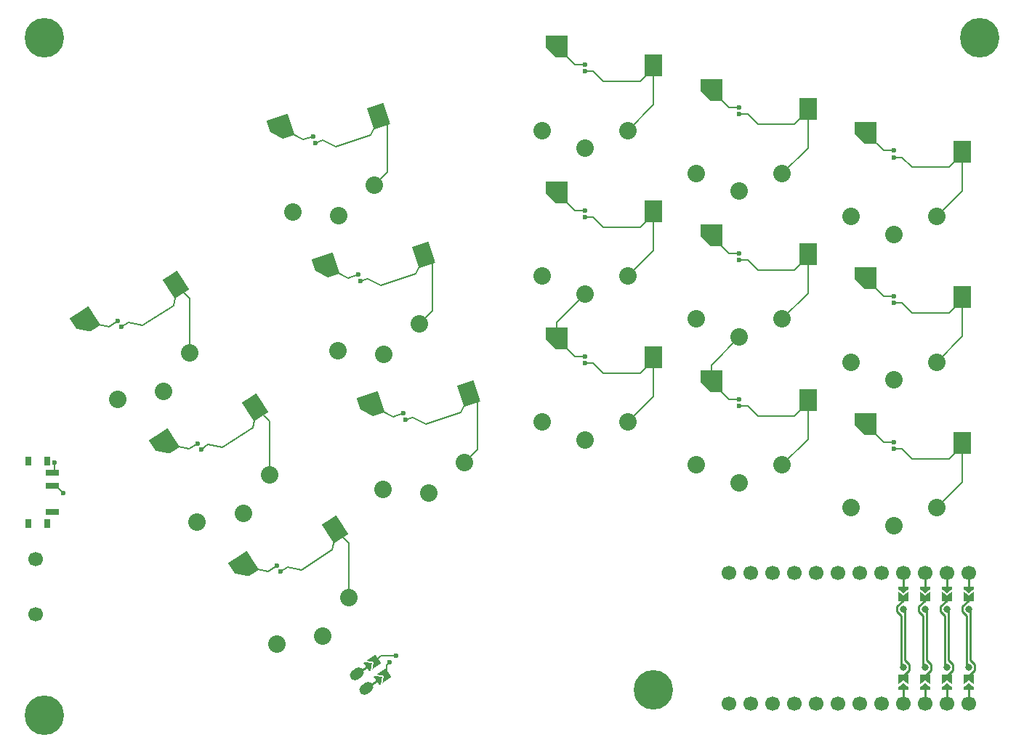
<source format=gbr>
%TF.GenerationSoftware,KiCad,Pcbnew,9.0.6*%
%TF.CreationDate,2025-12-19T17:46:44-08:00*%
%TF.ProjectId,aphelo30,61706865-6c6f-4333-902e-6b696361645f,v1.0.0*%
%TF.SameCoordinates,Original*%
%TF.FileFunction,Copper,L2,Bot*%
%TF.FilePolarity,Positive*%
%FSLAX46Y46*%
G04 Gerber Fmt 4.6, Leading zero omitted, Abs format (unit mm)*
G04 Created by KiCad (PCBNEW 9.0.6) date 2025-12-19 17:46:44*
%MOMM*%
%LPD*%
G01*
G04 APERTURE LIST*
G04 Aperture macros list*
%AMHorizOval*
0 Thick line with rounded ends*
0 $1 width*
0 $2 $3 position (X,Y) of the first rounded end (center of the circle)*
0 $4 $5 position (X,Y) of the second rounded end (center of the circle)*
0 Add line between two ends*
20,1,$1,$2,$3,$4,$5,0*
0 Add two circle primitives to create the rounded ends*
1,1,$1,$2,$3*
1,1,$1,$4,$5*%
%AMRotRect*
0 Rectangle, with rotation*
0 The origin of the aperture is its center*
0 $1 length*
0 $2 width*
0 $3 Rotation angle, in degrees counterclockwise*
0 Add horizontal line*
21,1,$1,$2,0,0,$3*%
%AMOutline5P*
0 Free polygon, 5 corners , with rotation*
0 The origin of the aperture is its center*
0 number of corners: always 5*
0 $1 to $10 corner X, Y*
0 $11 Rotation angle, in degrees counterclockwise*
0 create outline with 5 corners*
4,1,5,$1,$2,$3,$4,$5,$6,$7,$8,$9,$10,$1,$2,$11*%
%AMOutline6P*
0 Free polygon, 6 corners , with rotation*
0 The origin of the aperture is its center*
0 number of corners: always 6*
0 $1 to $12 corner X, Y*
0 $13 Rotation angle, in degrees counterclockwise*
0 create outline with 6 corners*
4,1,6,$1,$2,$3,$4,$5,$6,$7,$8,$9,$10,$11,$12,$1,$2,$13*%
%AMOutline7P*
0 Free polygon, 7 corners , with rotation*
0 The origin of the aperture is its center*
0 number of corners: always 7*
0 $1 to $14 corner X, Y*
0 $15 Rotation angle, in degrees counterclockwise*
0 create outline with 7 corners*
4,1,7,$1,$2,$3,$4,$5,$6,$7,$8,$9,$10,$11,$12,$13,$14,$1,$2,$15*%
%AMOutline8P*
0 Free polygon, 8 corners , with rotation*
0 The origin of the aperture is its center*
0 number of corners: always 8*
0 $1 to $16 corner X, Y*
0 $17 Rotation angle, in degrees counterclockwise*
0 create outline with 8 corners*
4,1,8,$1,$2,$3,$4,$5,$6,$7,$8,$9,$10,$11,$12,$13,$14,$15,$16,$1,$2,$17*%
%AMFreePoly0*
4,1,6,0.600000,-1.000000,0.000000,-0.400000,-0.600000,-1.000000,-0.600000,0.250000,0.600000,0.250000,0.600000,-1.000000,0.600000,-1.000000,$1*%
%AMFreePoly1*
4,1,6,0.600000,-0.200001,0.600000,-0.400000,-0.600000,-0.400000,-0.600000,-0.200000,0.000000,0.400000,0.600000,-0.200001,0.600000,-0.200001,$1*%
%AMFreePoly2*
4,1,6,0.250000,0.000000,-0.250000,-0.625000,-0.500000,-0.625000,-0.500000,0.625000,-0.250000,0.625000,0.250000,0.000000,0.250000,0.000000,$1*%
%AMFreePoly3*
4,1,6,0.500000,-0.625000,-0.650000,-0.625000,-0.150000,0.000000,-0.650000,0.625000,0.500000,0.625000,0.500000,-0.625000,0.500000,-0.625000,$1*%
G04 Aperture macros list end*
%TA.AperFunction,WasherPad*%
%ADD10C,4.600000*%
%TD*%
%TA.AperFunction,SMDPad,CuDef*%
%ADD11FreePoly0,305.000000*%
%TD*%
%TA.AperFunction,SMDPad,CuDef*%
%ADD12FreePoly1,305.000000*%
%TD*%
%TA.AperFunction,ComponentPad*%
%ADD13HorizOval,1.200000X0.225267X0.157734X-0.225267X-0.157734X0*%
%TD*%
%TA.AperFunction,ComponentPad*%
%ADD14C,1.700000*%
%TD*%
%TA.AperFunction,SMDPad,CuDef*%
%ADD15Outline5P,-1.300000X1.300000X1.300000X1.300000X1.300000X-1.300000X-0.117000X-1.300000X-1.300000X-0.117000X33.000000*%
%TD*%
%TA.AperFunction,SMDPad,CuDef*%
%ADD16RotRect,2.000000X2.600000X33.000000*%
%TD*%
%TA.AperFunction,ComponentPad*%
%ADD17C,2.032000*%
%TD*%
%TA.AperFunction,SMDPad,CuDef*%
%ADD18R,2.000000X2.600000*%
%TD*%
%TA.AperFunction,SMDPad,CuDef*%
%ADD19Outline5P,-1.300000X1.300000X1.300000X1.300000X1.300000X-1.300000X-0.117000X-1.300000X-1.300000X-0.117000X0.000000*%
%TD*%
%TA.AperFunction,SMDPad,CuDef*%
%ADD20RotRect,2.000000X2.600000X18.000000*%
%TD*%
%TA.AperFunction,SMDPad,CuDef*%
%ADD21Outline5P,-1.300000X1.300000X1.300000X1.300000X1.300000X-1.300000X-0.117000X-1.300000X-1.300000X-0.117000X18.000000*%
%TD*%
%TA.AperFunction,SMDPad,CuDef*%
%ADD22FreePoly2,90.000000*%
%TD*%
%TA.AperFunction,SMDPad,CuDef*%
%ADD23FreePoly3,90.000000*%
%TD*%
%TA.AperFunction,SMDPad,CuDef*%
%ADD24FreePoly3,270.000000*%
%TD*%
%TA.AperFunction,SMDPad,CuDef*%
%ADD25FreePoly2,270.000000*%
%TD*%
%TA.AperFunction,ComponentPad*%
%ADD26C,0.800000*%
%TD*%
%TA.AperFunction,SMDPad,CuDef*%
%ADD27R,1.500000X0.700000*%
%TD*%
%TA.AperFunction,SMDPad,CuDef*%
%ADD28R,0.800000X1.000000*%
%TD*%
%TA.AperFunction,ViaPad*%
%ADD29C,0.600000*%
%TD*%
%TA.AperFunction,Conductor*%
%ADD30C,0.200000*%
%TD*%
%TA.AperFunction,Conductor*%
%ADD31C,0.250000*%
%TD*%
G04 APERTURE END LIST*
D10*
%TO.P,MH1,*%
%TO.N,*%
X70771796Y-114202529D03*
%TD*%
D11*
%TO.P,JST1,2*%
%TO.N,GND*%
X110652105Y-109406490D03*
%TO.P,JST1,1*%
%TO.N,BAT_P*%
X109504952Y-107768186D03*
D12*
%TO.P,JST1,32*%
%TO.N,JST1_2*%
X108672693Y-108350939D03*
%TO.P,JST1,31*%
%TO.N,JST1_1*%
X109819846Y-109989243D03*
D13*
%TO.P,JST1,12*%
%TO.N,JST1_2*%
X107198220Y-109383377D03*
%TO.P,JST1,11*%
%TO.N,JST1_1*%
X108345372Y-111021681D03*
%TD*%
D14*
%TO.P,RST1,1*%
%TO.N,RST*%
X69771796Y-95952529D03*
%TO.P,RST1,2*%
%TO.N,GND*%
X69771796Y-102452529D03*
%TD*%
D15*
%TO.P,S1,1*%
%TO.N,GND*%
X94012752Y-96793603D03*
D16*
%TO.P,S1,2*%
%TO.N,P9*%
X104646001Y-92511489D03*
D17*
%TO.N,GND*%
X103213370Y-104948156D03*
%TO.P,S1,1*%
%TO.N,P9*%
X106262981Y-100463753D03*
X97876275Y-105910143D03*
%TD*%
%TO.P,S8,1*%
%TO.N,P2*%
X128771796Y-63002529D03*
X138771796Y-63002529D03*
%TO.P,S8,2*%
%TO.N,GND*%
X133771796Y-65102529D03*
D18*
%TO.N,P2*%
X141746796Y-55452529D03*
D19*
%TO.P,S8,1*%
%TO.N,GND*%
X130496796Y-53252529D03*
%TD*%
D17*
%TO.P,S9,1*%
%TO.N,P10*%
X128771796Y-46002529D03*
X138771796Y-46002529D03*
%TO.P,S9,2*%
%TO.N,GND*%
X133771796Y-48102529D03*
D18*
%TO.N,P10*%
X141746796Y-38452529D03*
D19*
%TO.P,S9,1*%
%TO.N,GND*%
X130496796Y-36252529D03*
%TD*%
D17*
%TO.P,S2,1*%
%TO.N,P8*%
X88617411Y-91652743D03*
X97004117Y-86206353D03*
%TO.P,S2,2*%
%TO.N,GND*%
X93954506Y-90690756D03*
D16*
%TO.N,P8*%
X95387137Y-78254089D03*
D15*
%TO.P,S2,1*%
%TO.N,GND*%
X84753888Y-82536203D03*
%TD*%
D17*
%TO.P,S3,1*%
%TO.N,P7*%
X79358548Y-77395344D03*
X87745254Y-71948954D03*
%TO.P,S3,2*%
%TO.N,GND*%
X84695643Y-76433357D03*
D16*
%TO.N,P7*%
X86128274Y-63996690D03*
D15*
%TO.P,S3,1*%
%TO.N,GND*%
X75495025Y-68278804D03*
%TD*%
D17*
%TO.P,S4,1*%
%TO.N,P6*%
X110218591Y-87850986D03*
X119729156Y-84760816D03*
%TO.P,S4,2*%
%TO.N,GND*%
X115622809Y-88303119D03*
D20*
%TO.N,P6*%
X120225471Y-76661014D03*
D21*
%TO.P,S4,1*%
%TO.N,GND*%
X108846248Y-78045130D03*
%TD*%
D17*
%TO.P,S5,1*%
%TO.N,P5*%
X104965302Y-71683025D03*
X114475867Y-68592855D03*
%TO.P,S5,2*%
%TO.N,GND*%
X110369520Y-72135158D03*
D20*
%TO.N,P5*%
X114972182Y-60493053D03*
D21*
%TO.P,S5,1*%
%TO.N,GND*%
X103592959Y-61877169D03*
%TD*%
D17*
%TO.P,S6,1*%
%TO.N,P4*%
X99712013Y-55515065D03*
X109222578Y-52424895D03*
%TO.P,S6,2*%
%TO.N,GND*%
X105116231Y-55967198D03*
D20*
%TO.N,P4*%
X109718893Y-44325093D03*
D21*
%TO.P,S6,1*%
%TO.N,GND*%
X98339670Y-45709209D03*
%TD*%
D17*
%TO.P,S7,1*%
%TO.N,P3*%
X128771796Y-80002529D03*
X138771796Y-80002529D03*
%TO.P,S7,2*%
%TO.N,GND*%
X133771796Y-82102529D03*
D18*
%TO.N,P3*%
X141746796Y-72452529D03*
D19*
%TO.P,S7,1*%
%TO.N,GND*%
X130496796Y-70252529D03*
%TD*%
D17*
%TO.P,S10,1*%
%TO.N,P16*%
X146771796Y-85002529D03*
X156771796Y-85002529D03*
%TO.P,S10,2*%
%TO.N,GND*%
X151771796Y-87102529D03*
D18*
%TO.N,P16*%
X159746796Y-77452529D03*
D19*
%TO.P,S10,1*%
%TO.N,GND*%
X148496796Y-75252529D03*
%TD*%
D17*
%TO.P,S11,1*%
%TO.N,P14*%
X146771796Y-68002529D03*
X156771796Y-68002529D03*
%TO.P,S11,2*%
%TO.N,GND*%
X151771796Y-70102529D03*
D18*
%TO.N,P14*%
X159746796Y-60452529D03*
D19*
%TO.P,S11,1*%
%TO.N,GND*%
X148496796Y-58252529D03*
%TD*%
D17*
%TO.P,S12,1*%
%TO.N,P15*%
X146771796Y-51002529D03*
X156771796Y-51002529D03*
%TO.P,S12,2*%
%TO.N,GND*%
X151771796Y-53102529D03*
D18*
%TO.N,P15*%
X159746796Y-43452529D03*
D19*
%TO.P,S12,1*%
%TO.N,GND*%
X148496796Y-41252529D03*
%TD*%
D17*
%TO.P,S13,1*%
%TO.N,P18*%
X164771796Y-90002529D03*
X174771796Y-90002529D03*
%TO.P,S13,2*%
%TO.N,GND*%
X169771796Y-92102529D03*
D18*
%TO.N,P18*%
X177746796Y-82452529D03*
D19*
%TO.P,S13,1*%
%TO.N,GND*%
X166496796Y-80252529D03*
%TD*%
D17*
%TO.P,S14,1*%
%TO.N,P19*%
X164771796Y-73002529D03*
X174771796Y-73002529D03*
%TO.P,S14,2*%
%TO.N,GND*%
X169771796Y-75102529D03*
D18*
%TO.N,P19*%
X177746796Y-65452529D03*
D19*
%TO.P,S14,1*%
%TO.N,GND*%
X166496796Y-63252529D03*
%TD*%
D17*
%TO.P,S15,1*%
%TO.N,P20*%
X164771796Y-56002529D03*
X174771796Y-56002529D03*
%TO.P,S15,2*%
%TO.N,GND*%
X169771796Y-58102529D03*
D18*
%TO.N,P20*%
X177746796Y-48452529D03*
D19*
%TO.P,S15,1*%
%TO.N,GND*%
X166496796Y-46252529D03*
%TD*%
D14*
%TO.P,MCU1,12*%
%TO.N,P9*%
X150531796Y-112822529D03*
%TO.P,MCU1,13*%
%TO.N,P10*%
X150531796Y-97582529D03*
%TO.P,MCU1,11*%
%TO.N,P8*%
X153071796Y-112822529D03*
%TO.P,MCU1,14*%
%TO.N,P16*%
X153071796Y-97582529D03*
%TO.P,MCU1,10*%
%TO.N,P7*%
X155611796Y-112822529D03*
%TO.P,MCU1,15*%
%TO.N,P14*%
X155611796Y-97582529D03*
%TO.P,MCU1,9*%
%TO.N,P6*%
X158151796Y-112822529D03*
%TO.P,MCU1,16*%
%TO.N,P15*%
X158151796Y-97582529D03*
%TO.P,MCU1,8*%
%TO.N,P5*%
X160691796Y-112822529D03*
%TO.P,MCU1,17*%
%TO.N,P18*%
X160691796Y-97582529D03*
%TO.P,MCU1,7*%
%TO.N,P4*%
X163231796Y-112822529D03*
%TO.P,MCU1,18*%
%TO.N,P19*%
X163231796Y-97582529D03*
%TO.P,MCU1,6*%
%TO.N,P3*%
X165771796Y-112822529D03*
%TO.P,MCU1,19*%
%TO.N,P20*%
X165771796Y-97582529D03*
%TO.P,MCU1,5*%
%TO.N,P2*%
X168311796Y-112822529D03*
%TO.P,MCU1,20*%
%TO.N,P21*%
X168311796Y-97582529D03*
D22*
%TO.P,MCU1,4*%
%TO.N,MCU1_4*%
X170851796Y-110702529D03*
D23*
%TO.P,MCU1,121*%
%TO.N,VCC*%
X170851796Y-109977529D03*
D24*
%TO.P,MCU1,104*%
%TO.N,GND*%
X170851796Y-100427529D03*
D25*
%TO.P,MCU1,21*%
%TO.N,MCU1_21*%
X170851796Y-99702529D03*
D26*
%TO.P,MCU1,104*%
%TO.N,GND*%
X170851796Y-108602529D03*
%TO.P,MCU1,121*%
%TO.N,VCC*%
X170851796Y-101802529D03*
D14*
%TO.P,MCU1,4*%
%TO.N,MCU1_4*%
X170851796Y-112822529D03*
%TO.P,MCU1,21*%
%TO.N,MCU1_21*%
X170851796Y-97582529D03*
D22*
%TO.P,MCU1,3*%
%TO.N,MCU1_3*%
X173391796Y-110702529D03*
D23*
%TO.P,MCU1,122*%
%TO.N,RST*%
X173391796Y-109977529D03*
D24*
%TO.P,MCU1,103*%
%TO.N,GND*%
X173391796Y-100427529D03*
D25*
%TO.P,MCU1,22*%
%TO.N,MCU1_22*%
X173391796Y-99702529D03*
D26*
%TO.P,MCU1,103*%
%TO.N,GND*%
X173391796Y-108602529D03*
%TO.P,MCU1,122*%
%TO.N,RST*%
X173391796Y-101802529D03*
D14*
%TO.P,MCU1,3*%
%TO.N,MCU1_3*%
X173391796Y-112822529D03*
%TO.P,MCU1,22*%
%TO.N,MCU1_22*%
X173391796Y-97582529D03*
D22*
%TO.P,MCU1,2*%
%TO.N,MCU1_2*%
X175931796Y-110702529D03*
D23*
%TO.P,MCU1,123*%
%TO.N,GND*%
X175931796Y-109977529D03*
D24*
%TO.P,MCU1,102*%
%TO.N,P0*%
X175931796Y-100427529D03*
D25*
%TO.P,MCU1,23*%
%TO.N,MCU1_23*%
X175931796Y-99702529D03*
D26*
%TO.P,MCU1,102*%
%TO.N,P0*%
X175931796Y-108602529D03*
%TO.P,MCU1,123*%
%TO.N,GND*%
X175931796Y-101802529D03*
D14*
%TO.P,MCU1,2*%
%TO.N,MCU1_2*%
X175931796Y-112822529D03*
%TO.P,MCU1,23*%
%TO.N,MCU1_23*%
X175931796Y-97582529D03*
D22*
%TO.P,MCU1,1*%
%TO.N,MCU1_1*%
X178471796Y-110702529D03*
D23*
%TO.P,MCU1,124*%
%TO.N,RAW*%
X178471796Y-109977529D03*
D24*
%TO.P,MCU1,101*%
%TO.N,P1*%
X178471796Y-100427529D03*
D25*
%TO.P,MCU1,24*%
%TO.N,MCU1_24*%
X178471796Y-99702529D03*
D26*
%TO.P,MCU1,101*%
%TO.N,P1*%
X178471796Y-108602529D03*
%TO.P,MCU1,124*%
%TO.N,RAW*%
X178471796Y-101802529D03*
D14*
%TO.P,MCU1,1*%
%TO.N,MCU1_1*%
X178471796Y-112822529D03*
%TO.P,MCU1,24*%
%TO.N,MCU1_24*%
X178471796Y-97582529D03*
%TD*%
D27*
%TO.P,PWR1,3*%
%TO.N,BAT_P*%
X71760000Y-85952529D03*
%TO.P,PWR1,2*%
%TO.N,RAW*%
X71760000Y-87452529D03*
%TO.P,PWR1,1*%
%TO.N,N/C*%
X71760000Y-90452529D03*
D28*
%TO.P,PWR1,*%
%TO.N,*%
X68900000Y-84552529D03*
X71110000Y-84552529D03*
X68900000Y-91852529D03*
X71110000Y-91852529D03*
%TD*%
D10*
%TO.P,MH3,*%
%TO.N,*%
X179771796Y-35202529D03*
%TD*%
%TO.P,MH4,*%
%TO.N,*%
X141771796Y-111202529D03*
%TD*%
%TO.P,MH2,*%
%TO.N,*%
X70771796Y-35202529D03*
%TD*%
D29*
%TO.N,BAT_P*%
X111750000Y-107250000D03*
X72010002Y-84750000D03*
%TO.N,GND*%
X111000000Y-108000000D03*
%TO.N,RAW*%
X72977869Y-88272131D03*
%TO.N,P5*%
X107596093Y-63599427D03*
%TO.N,P4*%
X102342804Y-47431466D03*
%TO.N,P9*%
X98325235Y-97421088D03*
%TO.N,P8*%
X89066371Y-83163688D03*
%TO.N,GND*%
X88630660Y-82492752D03*
X112602168Y-79006542D03*
X102095590Y-46670621D03*
%TO.N,P3*%
X133771796Y-73127529D03*
%TO.N,GND*%
X97889524Y-96750152D03*
%TO.N,P6*%
X112849381Y-79767388D03*
%TO.N,P7*%
X79807508Y-68906289D03*
%TO.N,GND*%
X133771796Y-72327529D03*
X79371797Y-68235352D03*
X107348879Y-62838581D03*
X133771796Y-55327529D03*
%TO.N,P2*%
X133771796Y-56127529D03*
%TO.N,GND*%
X151771796Y-60327529D03*
%TO.N,P14*%
X151771796Y-61127529D03*
%TO.N,GND*%
X169771796Y-82327529D03*
%TO.N,P19*%
X169771796Y-66127529D03*
%TO.N,GND*%
X151771796Y-77327529D03*
X133771796Y-38327529D03*
X151771796Y-43327529D03*
%TO.N,P18*%
X169771796Y-83127529D03*
%TO.N,P15*%
X151771796Y-44127529D03*
%TO.N,P20*%
X169771796Y-49127529D03*
%TO.N,GND*%
X169771796Y-48327529D03*
X169771796Y-65327529D03*
%TO.N,P10*%
X133771796Y-39127529D03*
%TO.N,P16*%
X151771796Y-78127529D03*
%TD*%
D30*
%TO.N,BAT_P*%
X110023138Y-107250000D02*
X111750000Y-107250000D01*
X109504952Y-107768186D02*
X110023138Y-107250000D01*
X72010002Y-85702527D02*
X72010002Y-84750000D01*
X71760000Y-85952529D02*
X72010002Y-85702527D01*
%TO.N,GND*%
X110652105Y-108347895D02*
X111000000Y-108000000D01*
X110652105Y-109406490D02*
X110652105Y-108347895D01*
%TO.N,RAW*%
X72158267Y-87452529D02*
X72977869Y-88272131D01*
X71760000Y-87452529D02*
X72158267Y-87452529D01*
%TO.N,GND*%
X148496796Y-73377529D02*
X151771796Y-70102529D01*
X148496796Y-75252529D02*
X148496796Y-73377529D01*
X130496796Y-68377529D02*
X133771796Y-65102529D01*
X130496796Y-70252529D02*
X130496796Y-68377529D01*
X132571796Y-72327529D02*
X133771796Y-72327529D01*
X130496796Y-70252529D02*
X132571796Y-72327529D01*
%TO.N,P18*%
X177746796Y-87027529D02*
X174771796Y-90002529D01*
X177746796Y-82452529D02*
X177746796Y-87027529D01*
%TO.N,P19*%
X177746796Y-70027529D02*
X174771796Y-73002529D01*
X177746796Y-65452529D02*
X177746796Y-70027529D01*
%TO.N,P20*%
X177746796Y-53027529D02*
X174771796Y-56002529D01*
X177746796Y-48452529D02*
X177746796Y-53027529D01*
%TO.N,P16*%
X159746796Y-77452529D02*
X159746796Y-82027529D01*
X159746796Y-82027529D02*
X156771796Y-85002529D01*
%TO.N,P14*%
X159746796Y-65027529D02*
X156771796Y-68002529D01*
X159746796Y-60452529D02*
X159746796Y-65027529D01*
%TO.N,P15*%
X159746796Y-48027529D02*
X156771796Y-51002529D01*
X159746796Y-43452529D02*
X159746796Y-48027529D01*
%TO.N,P10*%
X141746796Y-43027529D02*
X138771796Y-46002529D01*
X141746796Y-38452529D02*
X141746796Y-43027529D01*
%TO.N,P2*%
X141746796Y-55452529D02*
X141746796Y-60027529D01*
X141746796Y-60027529D02*
X138771796Y-63002529D01*
%TO.N,P3*%
X141746796Y-72452529D02*
X141746796Y-77027529D01*
X141746796Y-77027529D02*
X138771796Y-80002529D01*
%TO.N,P4*%
X110750579Y-50896894D02*
X109222578Y-52424895D01*
X110750579Y-45356779D02*
X110750579Y-50896894D01*
X109718893Y-44325093D02*
X110750579Y-45356779D01*
%TO.N,P5*%
X116003868Y-67064854D02*
X114475867Y-68592855D01*
X116003868Y-61524739D02*
X116003868Y-67064854D01*
X114972182Y-60493053D02*
X116003868Y-61524739D01*
%TO.N,P6*%
X121257157Y-83232815D02*
X119729156Y-84760816D01*
X121257157Y-77692700D02*
X121257157Y-83232815D01*
X120225471Y-76661014D02*
X121257157Y-77692700D01*
%TO.N,P7*%
X87745254Y-65613670D02*
X87745254Y-71948954D01*
X86128274Y-63996690D02*
X87745254Y-65613670D01*
%TO.N,P9*%
X106262981Y-94128469D02*
X106262981Y-100463753D01*
X104646001Y-92511489D02*
X106262981Y-94128469D01*
%TO.N,P8*%
X97004117Y-79871069D02*
X97004117Y-86206353D01*
X95387137Y-78254089D02*
X97004117Y-79871069D01*
%TO.N,P9*%
X100762259Y-97244263D02*
X99131337Y-96897600D01*
X104352468Y-94912753D02*
X100762259Y-97244263D01*
%TO.N,GND*%
X96883119Y-97403718D02*
X97889524Y-96750152D01*
X94012752Y-96793603D02*
X96883119Y-97403718D01*
X106207611Y-63209402D02*
X107348879Y-62838581D01*
%TO.N,P7*%
X82244531Y-68729463D02*
X80613609Y-68382800D01*
%TO.N,P8*%
X95093605Y-80655354D02*
X91503395Y-82986863D01*
X89872473Y-82640200D02*
X89066371Y-83163688D01*
%TO.N,P7*%
X80613609Y-68382800D02*
X79807508Y-68906289D01*
%TO.N,P9*%
X104897603Y-92348097D02*
X104352468Y-94912753D01*
%TO.N,P7*%
X86379875Y-63833298D02*
X85834741Y-66397954D01*
%TO.N,P6*%
X119320446Y-78904485D02*
X115249131Y-80227336D01*
X113763505Y-79470371D02*
X112849381Y-79767388D01*
%TO.N,GND*%
X78365392Y-68888919D02*
X79371797Y-68235352D01*
X75495024Y-68278804D02*
X78365392Y-68888919D01*
%TO.N,P9*%
X99131337Y-96897600D02*
X98325235Y-97421088D01*
%TO.N,GND*%
X84753888Y-82536203D02*
X87624256Y-83146319D01*
X111460900Y-79377363D02*
X112602168Y-79006542D01*
%TO.N,P6*%
X120510788Y-76568309D02*
X119320446Y-78904485D01*
X115249131Y-80227336D02*
X113763505Y-79470371D01*
%TO.N,P8*%
X91503395Y-82986863D02*
X89872473Y-82640200D01*
%TO.N,GND*%
X87624256Y-83146319D02*
X88630660Y-82492752D01*
%TO.N,P8*%
X95638739Y-78090698D02*
X95093605Y-80655354D01*
%TO.N,GND*%
X103592959Y-61877170D02*
X106207611Y-63209402D01*
%TO.N,P7*%
X85834741Y-66397954D02*
X82244531Y-68729463D01*
%TO.N,GND*%
X108846247Y-78045131D02*
X111460900Y-79377363D01*
%TO.N,P2*%
X142046796Y-55452529D02*
X140192796Y-57306529D01*
%TO.N,P10*%
X135911962Y-40306529D02*
X134732962Y-39127529D01*
%TO.N,P3*%
X140192796Y-74306529D02*
X135911962Y-74306529D01*
%TO.N,P2*%
X134732962Y-56127529D02*
X133771796Y-56127529D01*
%TO.N,P3*%
X142046796Y-72452529D02*
X140192796Y-74306529D01*
%TO.N,P5*%
X108510216Y-63302410D02*
X107596093Y-63599427D01*
%TO.N,P4*%
X103256927Y-47134449D02*
X102342804Y-47431466D01*
%TO.N,P5*%
X109995842Y-64059375D02*
X108510216Y-63302410D01*
%TO.N,P3*%
X135911962Y-74306529D02*
X134732962Y-73127529D01*
%TO.N,P2*%
X140192796Y-57306529D02*
X135911962Y-57306529D01*
%TO.N,P4*%
X108813869Y-46568563D02*
X104742553Y-47891414D01*
%TO.N,GND*%
X130496795Y-53252529D02*
X132571796Y-55327529D01*
X130496795Y-70252529D02*
X132571796Y-72327529D01*
X100954322Y-47041441D02*
X102095590Y-46670621D01*
%TO.N,P4*%
X104742553Y-47891414D02*
X103256927Y-47134449D01*
%TO.N,P2*%
X135911962Y-57306529D02*
X134732962Y-56127529D01*
%TO.N,P10*%
X134732962Y-39127529D02*
X133771796Y-39127529D01*
%TO.N,P4*%
X110004210Y-44232387D02*
X108813869Y-46568563D01*
%TO.N,GND*%
X130496795Y-36252529D02*
X132571796Y-38327529D01*
%TO.N,P10*%
X142046796Y-38452529D02*
X140192796Y-40306529D01*
%TO.N,GND*%
X98339670Y-45709209D02*
X100954322Y-47041441D01*
X132571796Y-55327529D02*
X133771796Y-55327529D01*
%TO.N,P10*%
X140192796Y-40306529D02*
X135911962Y-40306529D01*
%TO.N,P5*%
X114067158Y-62736524D02*
X109995842Y-64059375D01*
X115257499Y-60400348D02*
X114067158Y-62736524D01*
%TO.N,P3*%
X134732962Y-73127529D02*
X133771796Y-73127529D01*
%TO.N,GND*%
X150571796Y-77327529D02*
X151771796Y-77327529D01*
X148496796Y-75252529D02*
X150571796Y-77327529D01*
X132571796Y-38327529D02*
X133771796Y-38327529D01*
%TO.N,P16*%
X152732962Y-78127529D02*
X151771796Y-78127529D01*
X160046796Y-77452529D02*
X158192796Y-79306529D01*
%TO.N,P14*%
X153911962Y-62306529D02*
X152732962Y-61127529D01*
X158192796Y-62306529D02*
X153911962Y-62306529D01*
X152732962Y-61127529D02*
X151771796Y-61127529D01*
X160046796Y-60452529D02*
X158192796Y-62306529D01*
%TO.N,GND*%
X150571796Y-43327529D02*
X151771796Y-43327529D01*
X148496796Y-41252529D02*
X150571796Y-43327529D01*
X150571796Y-60327529D02*
X151771796Y-60327529D01*
%TO.N,P16*%
X153911962Y-79306529D02*
X152732962Y-78127529D01*
X158192796Y-79306529D02*
X153911962Y-79306529D01*
%TO.N,GND*%
X148496796Y-58252529D02*
X150571796Y-60327529D01*
D31*
X175931796Y-109627834D02*
X176656796Y-108902834D01*
%TO.N,MCU1_3*%
X173391796Y-112822529D02*
X173391796Y-110702529D01*
D30*
%TO.N,P19*%
X170732962Y-66127529D02*
X169771796Y-66127529D01*
%TO.N,P20*%
X171911962Y-50306529D02*
X170732962Y-49127529D01*
D31*
%TO.N,P0*%
X175701796Y-102597834D02*
X175701796Y-108372529D01*
%TO.N,GND*%
X176656796Y-108302224D02*
X176151796Y-107797224D01*
%TO.N,MCU1_22*%
X173391796Y-97582529D02*
X173391796Y-99702529D01*
%TO.N,GND*%
X173161795Y-102597834D02*
X173161795Y-108372529D01*
%TO.N,P0*%
X175206796Y-102102834D02*
X175701796Y-102597834D01*
%TO.N,GND*%
X173391796Y-100427529D02*
X173391796Y-100777224D01*
%TO.N,MCU1_1*%
X178471795Y-112822529D02*
X178471795Y-110702529D01*
D30*
%TO.N,P20*%
X176192796Y-50306529D02*
X171911962Y-50306529D01*
D31*
%TO.N,P1*%
X177746796Y-102102834D02*
X178241796Y-102597834D01*
D30*
%TO.N,P19*%
X171911962Y-67306529D02*
X170732962Y-66127529D01*
D31*
%TO.N,P1*%
X177746796Y-101502224D02*
X177746796Y-102102834D01*
%TO.N,RAW*%
X178471795Y-109977529D02*
X178471795Y-109627834D01*
X179196796Y-108302224D02*
X178691795Y-107797224D01*
D30*
%TO.N,GND*%
X168571796Y-48327529D02*
X169771796Y-48327529D01*
%TO.N,P19*%
X178046796Y-65452529D02*
X176192796Y-67306529D01*
X176192796Y-67306529D02*
X171911962Y-67306529D01*
%TO.N,P20*%
X178046796Y-48452529D02*
X176192796Y-50306529D01*
D31*
%TO.N,RAW*%
X178691795Y-107797224D02*
X178691795Y-102022529D01*
D30*
%TO.N,GND*%
X166496796Y-46252529D02*
X168571796Y-48327529D01*
D31*
%TO.N,MCU1_23*%
X175931796Y-97582529D02*
X175931796Y-99702529D01*
%TO.N,P0*%
X175931796Y-100427529D02*
X175931796Y-100777224D01*
%TO.N,MCU1_2*%
X175931796Y-112822529D02*
X175931796Y-110702529D01*
%TO.N,P0*%
X175206796Y-101502224D02*
X175206796Y-102102834D01*
X175931796Y-100777224D02*
X175206796Y-101502224D01*
%TO.N,GND*%
X176151796Y-107797224D02*
X176151796Y-102022529D01*
X176656796Y-108902834D02*
X176656796Y-108302224D01*
D30*
X166496796Y-63252529D02*
X168571796Y-65327529D01*
D31*
%TO.N,P1*%
X178241796Y-102597834D02*
X178241796Y-108372529D01*
X178471795Y-100427529D02*
X178471795Y-100777224D01*
%TO.N,RAW*%
X179196796Y-108902834D02*
X179196796Y-108302224D01*
D30*
%TO.N,GND*%
X168571796Y-65327529D02*
X169771796Y-65327529D01*
%TO.N,P20*%
X170732962Y-49127529D02*
X169771796Y-49127529D01*
D31*
%TO.N,P1*%
X178471795Y-100777224D02*
X177746796Y-101502224D01*
%TO.N,RAW*%
X178471795Y-109627834D02*
X179196796Y-108902834D01*
%TO.N,MCU1_24*%
X178471795Y-97582529D02*
X178471795Y-99702529D01*
%TO.N,GND*%
X175931796Y-109977529D02*
X175931796Y-109627834D01*
D30*
%TO.N,P15*%
X152732962Y-44127529D02*
X151771796Y-44127529D01*
X153911962Y-45306529D02*
X152732962Y-44127529D01*
%TO.N,GND*%
X166496796Y-80252529D02*
X168571796Y-82327529D01*
%TO.N,P18*%
X171911962Y-84306529D02*
X170732962Y-83127529D01*
X176192796Y-84306529D02*
X171911962Y-84306529D01*
X170732962Y-83127529D02*
X169771796Y-83127529D01*
X178046796Y-82452529D02*
X176192796Y-84306529D01*
%TO.N,GND*%
X168571796Y-82327529D02*
X169771796Y-82327529D01*
%TO.N,P15*%
X158192796Y-45306529D02*
X153911962Y-45306529D01*
X160046796Y-43452529D02*
X158192796Y-45306529D01*
D31*
%TO.N,VCC*%
X170851796Y-109977529D02*
X170851796Y-109627834D01*
%TO.N,GND*%
X170126796Y-101502224D02*
X170126796Y-102102834D01*
%TO.N,JST1_2*%
X108672693Y-108350940D02*
X107198219Y-109383377D01*
%TO.N,GND*%
X172666796Y-102102834D02*
X173161795Y-102597834D01*
%TO.N,RST*%
X173391796Y-109977529D02*
X173391796Y-109627834D01*
%TO.N,JST1_1*%
X109819846Y-109989244D02*
X108345372Y-111021681D01*
%TO.N,GND*%
X170851796Y-100427529D02*
X170851796Y-100777224D01*
%TO.N,RST*%
X174116796Y-108302224D02*
X173611796Y-107797224D01*
%TO.N,GND*%
X170126796Y-102102834D02*
X170621796Y-102597834D01*
%TO.N,VCC*%
X171576796Y-108902834D02*
X171576796Y-108302224D01*
%TO.N,GND*%
X170851796Y-100777224D02*
X170126796Y-101502224D01*
%TO.N,RST*%
X174116796Y-108902834D02*
X174116796Y-108302224D01*
%TO.N,GND*%
X170621796Y-102597834D02*
X170621796Y-108372529D01*
%TO.N,MCU1_21*%
X170851796Y-97582529D02*
X170851796Y-99702529D01*
%TO.N,VCC*%
X171071796Y-107797224D02*
X171071796Y-102022529D01*
%TO.N,GND*%
X172666796Y-101502224D02*
X172666796Y-102102834D01*
%TO.N,MCU1_4*%
X170851796Y-112822529D02*
X170851796Y-110702529D01*
%TO.N,RST*%
X173611796Y-107797224D02*
X173611796Y-102022529D01*
%TO.N,VCC*%
X170851796Y-109627834D02*
X171576796Y-108902834D01*
%TO.N,RST*%
X173391796Y-109627834D02*
X174116796Y-108902834D01*
%TO.N,VCC*%
X171576796Y-108302224D02*
X171071796Y-107797224D01*
%TO.N,GND*%
X173391796Y-100777224D02*
X172666796Y-101502224D01*
%TD*%
M02*

</source>
